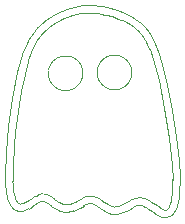
<source format=gbr>
G04 #@! TF.GenerationSoftware,KiCad,Pcbnew,(5.1.4)-1*
G04 #@! TF.CreationDate,2020-11-14T13:14:41-08:00*
G04 #@! TF.ProjectId,vanish,76616e69-7368-42e6-9b69-6361645f7063,rev?*
G04 #@! TF.SameCoordinates,Original*
G04 #@! TF.FileFunction,Legend,Top*
G04 #@! TF.FilePolarity,Positive*
%FSLAX46Y46*%
G04 Gerber Fmt 4.6, Leading zero omitted, Abs format (unit mm)*
G04 Created by KiCad (PCBNEW (5.1.4)-1) date 2020-11-14 13:14:41*
%MOMM*%
%LPD*%
G04 APERTURE LIST*
%ADD10C,0.125000*%
G04 APERTURE END LIST*
D10*
X111941418Y-79417730D02*
G75*
G02X112122778Y-79943850I-1349137J-759384D01*
G01*
X110662544Y-78695628D02*
X110457501Y-78704720D01*
X110297979Y-78732935D02*
G75*
G02X110457501Y-78704720I241097J-898046D01*
G01*
X111780336Y-79197523D02*
G75*
G02X111941418Y-79417730I-841173J-784342D01*
G01*
X110868634Y-78704443D02*
X110662544Y-78695628D01*
X111295785Y-78832472D02*
G75*
G02X111555265Y-78994864I-805991J-1576365D01*
G01*
X110868634Y-78704443D02*
G75*
G02X111031871Y-78732360I-85957J-993820D01*
G01*
X111555265Y-78994864D02*
G75*
G02X111780336Y-79197524I-1045298J-1387200D01*
G01*
X111031871Y-78732361D02*
G75*
G02X111295785Y-78832472I-320924J-1243939D01*
G01*
X109314783Y-80762801D02*
G75*
G02X109227450Y-80482560I1189633J524462D01*
G01*
X109219670Y-79867205D02*
X109208578Y-79963549D01*
X110747979Y-81634536D02*
G75*
G02X110445823Y-81623992I-93756J1647859D01*
G01*
X111884448Y-80994298D02*
G75*
G02X111496156Y-81381525I-1218899J833958D01*
G01*
X109933237Y-78883928D02*
G75*
G02X110297980Y-78732936I758912J-1317219D01*
G01*
X116272980Y-80100624D02*
G75*
G02X116246280Y-80397591I-1664873J1D01*
G01*
X111315064Y-81490321D02*
G75*
G02X111142046Y-81564574I-553738J1051568D01*
G01*
X110166268Y-81557569D02*
G75*
G02X109909656Y-81434305I440898J1246604D01*
G01*
X109909656Y-81434305D02*
G75*
G02X109675526Y-81255230I800484J1289182D01*
G01*
X109675526Y-81255230D02*
G75*
G02X109463631Y-81018434I1196925J1284261D01*
G01*
X109463631Y-81018434D02*
G75*
G02X109314784Y-80762801I1061500J789229D01*
G01*
X109200910Y-80070400D02*
X109198276Y-80172690D01*
X109383223Y-79435596D02*
G75*
G02X109621657Y-79123161I1295549J-741500D01*
G01*
X114483862Y-78654703D02*
G75*
G02X114854160Y-78621354I318416J-1463074D01*
G01*
X109621658Y-79123161D02*
G75*
G02X109933237Y-78883928I1055990J-1052816D01*
G01*
X111496157Y-81381526D02*
G75*
G02X111315064Y-81490321I-1055720J1552152D01*
G01*
X109227450Y-80482560D02*
G75*
G02X109198276Y-80172690I1609745J307865D01*
G01*
X115216770Y-78681163D02*
G75*
G02X115553605Y-78831785I-415728J-1381630D01*
G01*
X115553605Y-78831785D02*
G75*
G02X115848161Y-79065217I-809184J-1323628D01*
G01*
X115848161Y-79065217D02*
G75*
G02X116039579Y-79295384I-1247301J-1231996D01*
G01*
X110445823Y-81623992D02*
G75*
G02X110166268Y-81557569I170373J1338554D01*
G01*
X109208578Y-79963549D02*
X109200910Y-80070400D01*
X114854160Y-78621354D02*
G75*
G02X115216770Y-78681163I-49567J-1429632D01*
G01*
X116039580Y-79295383D02*
G75*
G02X116171330Y-79537238I-1034486J-720350D01*
G01*
X116171331Y-79537238D02*
G75*
G02X116247457Y-79802034I-1167292J-478929D01*
G01*
X109219670Y-79867205D02*
G75*
G02X109232929Y-79801197I538370J-73805D01*
G01*
X109232929Y-79801197D02*
G75*
G02X109383223Y-79435595I1475455J-392847D01*
G01*
X112122779Y-79943850D02*
G75*
G02X112103065Y-80493362I-1461129J-222692D01*
G01*
X111142046Y-81564573D02*
G75*
G02X110959100Y-81610707I-382575J1131312D01*
G01*
X116247457Y-79802033D02*
G75*
G02X116272980Y-80100624I-1733841J-298592D01*
G01*
X112103065Y-80493362D02*
G75*
G02X111884448Y-80994298I-1422024J322422D01*
G01*
X110959101Y-81610707D02*
G75*
G02X110747980Y-81634536I-319796J1886211D01*
G01*
X106722849Y-82771053D02*
X106911242Y-81655230D01*
X113483524Y-80755419D02*
G75*
G02X113367886Y-80436726I1396216J686949D01*
G01*
X107872066Y-78147146D02*
G75*
G02X108268851Y-77392730I4959438J-2126865D01*
G01*
X116034062Y-80918279D02*
G75*
G02X115848235Y-81142986I-1279262J868729D01*
G01*
X110389996Y-75607954D02*
G75*
G02X111292978Y-75266768I2395786J-4975180D01*
G01*
X107520745Y-79089832D02*
G75*
G02X107872066Y-78147146I9907641J-3155580D01*
G01*
X109539040Y-76107408D02*
G75*
G02X110389996Y-75607954I3464847J-4928659D01*
G01*
X106911242Y-81655230D02*
X107203435Y-80245223D01*
X116246280Y-80397591D02*
G75*
G02X116166989Y-80670112I-1347617J244298D01*
G01*
X113328359Y-80109545D02*
G75*
G02X113366842Y-79780407I1408281J2160D01*
G01*
X114023424Y-81351069D02*
G75*
G02X113711655Y-81091192I768791J1239257D01*
G01*
X116166989Y-80670113D02*
G75*
G02X116034063Y-80918279I-1246058J507746D01*
G01*
X111292978Y-75266769D02*
G75*
G02X111867566Y-75134590I1673539J-5959996D01*
G01*
X113366841Y-79780407D02*
G75*
G02X113481531Y-79455948I1590087J-379563D01*
G01*
X112977074Y-75062884D02*
G75*
G02X113572980Y-75119484I-317121J-6504090D01*
G01*
X115848235Y-81142986D02*
G75*
G02X115621301Y-81331139I-1120372J1120370D01*
G01*
X113656831Y-79177189D02*
G75*
G02X113894759Y-78940007I1198043J-963888D01*
G01*
X115621301Y-81331139D02*
G75*
G02X115372750Y-81464664I-751129J1100098D01*
G01*
X115372750Y-81464665D02*
G75*
G02X115099191Y-81543907I-513050J1259328D01*
G01*
X113367885Y-80436726D02*
G75*
G02X113328358Y-80109545I1351983J329316D01*
G01*
X113481532Y-79455948D02*
G75*
G02X113656831Y-79177188I1282317J-611892D01*
G01*
X113894759Y-78940006D02*
G75*
G02X114177210Y-78761214I950424J-1188950D01*
G01*
X111867566Y-75134590D02*
G75*
G02X112418779Y-75067292I865497J-4797966D01*
G01*
X114177210Y-78761214D02*
G75*
G02X114483862Y-78654703I594969J-1218259D01*
G01*
X114797980Y-81570860D02*
G75*
G02X114395014Y-81515132I-2129J1469374D01*
G01*
X112418779Y-75067292D02*
G75*
G02X112977073Y-75062884I318036J-4923330D01*
G01*
X113711655Y-81091193D02*
G75*
G02X113483525Y-80755419I1081234J979993D01*
G01*
X108268851Y-77392731D02*
G75*
G02X108809481Y-76718674I3247111J-2050523D01*
G01*
X115099191Y-81543907D02*
G75*
G02X114797980Y-81570860I-303709J1697488D01*
G01*
X107203435Y-80245223D02*
X107520745Y-79089832D01*
X114395014Y-81515132D02*
G75*
G02X114023425Y-81351069I398505J1405421D01*
G01*
X108809481Y-76718674D02*
G75*
G02X109539040Y-76107409I3966035J-3992549D01*
G01*
X116333892Y-76158094D02*
G75*
G02X116581109Y-76344312I-1680264J-2487864D01*
G01*
X115660480Y-75780374D02*
X116042875Y-75980091D01*
X117287083Y-76129893D02*
G75*
G02X117745331Y-76685950I-2586479J-2598378D01*
G01*
X117745330Y-76685951D02*
G75*
G02X118140349Y-77378972I-4555424J-3055655D01*
G01*
X119265704Y-81139600D02*
X118847380Y-79399197D01*
X116541403Y-75535966D02*
X116234261Y-75357043D01*
X113572980Y-75119484D02*
X114100025Y-75216761D01*
X116581109Y-76344312D02*
X116825454Y-76567177D01*
X117048430Y-75908266D02*
X116806230Y-75715003D01*
X118140349Y-77378972D02*
G75*
G02X118498982Y-78260597I-7290402J-3479387D01*
G01*
X115138615Y-75545542D02*
X115660480Y-75780374D01*
X115189069Y-74883797D02*
G75*
G02X116234261Y-75357043I-2665538J-7277808D01*
G01*
X116806230Y-75715003D02*
X116541403Y-75535966D01*
X114620187Y-75358194D02*
X115138615Y-75545542D01*
X116042875Y-75980090D02*
G75*
G02X116333892Y-76158093I-1827958J-3315440D01*
G01*
X117185523Y-76991724D02*
G75*
G02X117495255Y-77499725I-3455304J-2455157D01*
G01*
X111991634Y-74468060D02*
G75*
G02X112982429Y-74420945I722353J-4749146D01*
G01*
X112982429Y-74420945D02*
G75*
G02X114076814Y-74565390I-409890J-7323541D01*
G01*
X117287083Y-76129894D02*
X117048430Y-75908266D01*
X114076814Y-74565389D02*
G75*
G02X115189069Y-74883796I-1643039J-7841306D01*
G01*
X118847380Y-79399197D02*
X118498982Y-78260597D01*
X114100025Y-75216761D02*
X114620187Y-75358194D01*
X116825453Y-76567178D02*
G75*
G02X117185522Y-76991725I-2292760J-2309510D01*
G01*
X118060476Y-78955230D02*
X118534583Y-80752213D01*
X117778801Y-78135739D02*
X118060476Y-78955230D01*
X117495255Y-77499725D02*
G75*
G02X117778801Y-78135739I-5342750J-2763096D01*
G01*
X114709968Y-92132934D02*
G75*
G02X114472400Y-92086327I134837J1316077D01*
G01*
X116777268Y-91372039D02*
G75*
G02X116963472Y-91356375I192936J-1178901D01*
G01*
X115565850Y-91936412D02*
X116025324Y-91702864D01*
X117641874Y-91623848D02*
X117817889Y-91742414D01*
X116025324Y-91702864D02*
X116395015Y-91509804D01*
X116395015Y-91509804D02*
G75*
G02X116608442Y-91416590I909576J-1791667D01*
G01*
X118951978Y-92395814D02*
G75*
G02X118700636Y-92314290I236955J1158744D01*
G01*
X117375972Y-91462080D02*
X117483007Y-91522462D01*
X116608442Y-91416590D02*
G75*
G02X116777268Y-91372039I316254J-856287D01*
G01*
X117246440Y-91399244D02*
X117375972Y-91462080D01*
X120259696Y-87505230D02*
X120033161Y-85548231D01*
X120332359Y-88412122D02*
X120304882Y-88027771D01*
X119732445Y-92167026D02*
G75*
G02X119198458Y-92411893I-593727J590085D01*
G01*
X114967254Y-92129544D02*
G75*
G02X114709968Y-92132934I-143285J1109333D01*
G01*
X120363913Y-89217731D02*
G75*
G02X120324936Y-90595474I-13033510J-320697D01*
G01*
X117167427Y-91371181D02*
G75*
G02X117246440Y-91399244I-115255J-449760D01*
G01*
X116963472Y-91356375D02*
X117088428Y-91359183D01*
X119680792Y-83310890D02*
X119265704Y-81139600D01*
X120033161Y-85548231D02*
X119680792Y-83310890D01*
X120304882Y-88027771D02*
X120259696Y-87505230D01*
X117088428Y-91359182D02*
G75*
G02X117167427Y-91371180I-20204J-399121D01*
G01*
X120350152Y-88774178D02*
X120332359Y-88412122D01*
X120111474Y-91570572D02*
G75*
G02X119732446Y-92167027I-1547169J564518D01*
G01*
X120363913Y-89217730D02*
X120350152Y-88774178D01*
X120324936Y-90595473D02*
G75*
G02X120111474Y-91570571I-3713936J302117D01*
G01*
X115236344Y-92068741D02*
G75*
G02X114967254Y-92129544I-457786J1400118D01*
G01*
X117986970Y-91862733D02*
X118400014Y-92148935D01*
X115565850Y-91936412D02*
G75*
G02X115236344Y-92068740I-1167672J2431169D01*
G01*
X119198459Y-92411893D02*
G75*
G02X118951978Y-92395814I-64740J904823D01*
G01*
X117483007Y-91522462D02*
X117641874Y-91623848D01*
X118700635Y-92314290D02*
G75*
G02X118400014Y-92148935I917298J2023628D01*
G01*
X117817889Y-91742414D02*
X117986970Y-91862733D01*
X106553218Y-83957397D02*
X106722849Y-82771053D01*
X106409596Y-85158220D02*
X106553218Y-83957397D01*
X106823079Y-91241760D02*
G75*
G02X106645343Y-91166806I-6640J232460D01*
G01*
X106299373Y-86317730D02*
X106409596Y-85158220D01*
X107526533Y-90899761D02*
X107072158Y-91173389D01*
X106197132Y-89276615D02*
X106197781Y-87967080D01*
X108157715Y-90518005D02*
X108022643Y-90587409D01*
X109310338Y-90528961D02*
G75*
G02X109710480Y-90782186I-1769749J-3239286D01*
G01*
X108306320Y-90455890D02*
G75*
G02X108645072Y-90377214I466139J-1238418D01*
G01*
X110948187Y-91277852D02*
G75*
G02X110701058Y-91313367I-244372J822888D01*
G01*
X106197781Y-87967080D02*
X106299373Y-86317730D01*
X106287689Y-90280271D02*
G75*
G02X106197132Y-89276615I10003519J1408499D01*
G01*
X108306321Y-90455890D02*
X108157715Y-90518005D01*
X110196801Y-91121874D02*
X109710480Y-90782186D01*
X106484339Y-90929532D02*
G75*
G02X106287689Y-90280271I1989976J957140D01*
G01*
X108645072Y-90377213D02*
G75*
G02X108968236Y-90398559I96432J-997044D01*
G01*
X108968235Y-90398559D02*
G75*
G02X109310337Y-90528961I-305938J-1316555D01*
G01*
X110476756Y-91269750D02*
G75*
G02X110196801Y-91121874I561271J1401526D01*
G01*
X110701058Y-91313367D02*
G75*
G02X110476756Y-91269749I1955J608593D01*
G01*
X111212372Y-91163420D02*
X111029777Y-91247479D01*
X107072157Y-91173389D02*
G75*
G02X106823079Y-91241760I-264634J476187D01*
G01*
X107846890Y-90693385D02*
X107526533Y-90899761D01*
X111428391Y-91059670D02*
X111212372Y-91163420D01*
X106645344Y-91166806D02*
G75*
G02X106484339Y-90929532I715927J659062D01*
G01*
X108022643Y-90587409D02*
X107846890Y-90693385D01*
X111029777Y-91247479D02*
G75*
G02X110948187Y-91277853I-264755J586406D01*
G01*
X114806683Y-91496228D02*
G75*
G02X114498031Y-91414377I12595J670371D01*
G01*
X115135410Y-91430589D02*
G75*
G02X114806683Y-91496228I-314028J716717D01*
G01*
X118827626Y-91670315D02*
X118372980Y-91359102D01*
X116153395Y-90924573D02*
X115701399Y-91155948D01*
X116153395Y-90924573D02*
G75*
G02X116457179Y-90797742I1204983J-2458933D01*
G01*
X116708703Y-90733942D02*
G75*
G02X116972980Y-90712775I261626J-1606103D01*
G01*
X119659827Y-87912068D02*
X119731902Y-89184137D01*
X117271833Y-90746751D02*
G75*
G02X117563470Y-90846201I-331202J-1448575D01*
G01*
X119731902Y-89184137D02*
G75*
G02X119713742Y-90227610I-10957740J-331187D01*
G01*
X119613862Y-91039878D02*
G75*
G02X119422143Y-91562515I-1600949J290794D01*
G01*
X119265077Y-91734383D02*
G75*
G02X119084143Y-91773130I-135976J193136D01*
G01*
X119713741Y-90227610D02*
G75*
G02X119613862Y-91039878I-7126283J463999D01*
G01*
X119410423Y-85668246D02*
X119659827Y-87912068D01*
X119009427Y-83144230D02*
X119410423Y-85668246D01*
X118372980Y-91359102D02*
X117904539Y-91035309D01*
X116972980Y-90712775D02*
G75*
G02X117271833Y-90746751I-2199J-1350685D01*
G01*
X116457180Y-90797743D02*
G75*
G02X116708703Y-90733942I491754J-1410967D01*
G01*
X111658974Y-90944293D02*
X111428391Y-91059670D01*
X112074413Y-90739890D02*
X111658974Y-90944293D01*
X119084143Y-91773130D02*
G75*
G02X118827626Y-91670315I139473J719379D01*
G01*
X118534583Y-80752213D02*
X119009427Y-83144230D01*
X112074413Y-90739890D02*
G75*
G02X112332240Y-90635420I1023075J-2154518D01*
G01*
X112332240Y-90635421D02*
G75*
G02X112541771Y-90584718I388204J-1145967D01*
G01*
X112541771Y-90584717D02*
G75*
G02X112770577Y-90567730I228807J-1532453D01*
G01*
X113293436Y-90676757D02*
G75*
G02X113593503Y-90836763I-942033J-2128021D01*
G01*
X112770577Y-90567731D02*
G75*
G02X113039495Y-90595282I0J-1326193D01*
G01*
X113039495Y-90595281D02*
G75*
G02X113293436Y-90676757I-254893J-1230917D01*
G01*
X117563470Y-90846202D02*
G75*
G02X117904539Y-91035309I-1109283J-2402799D01*
G01*
X115701399Y-91155948D02*
X115135409Y-91430589D01*
X119422143Y-91562514D02*
G75*
G02X119265077Y-91734383I-468435J270388D01*
G01*
X114028337Y-91124515D02*
X113593503Y-90836763D01*
X114498031Y-91414377D02*
G75*
G02X114028337Y-91124515I2483704J4550090D01*
G01*
X109084942Y-75645041D02*
G75*
G02X109973885Y-75108052I3797304J-5281849D01*
G01*
X109973885Y-75108053D02*
G75*
G02X110957447Y-74709144I3037206J-6076631D01*
G01*
X110957448Y-74709144D02*
G75*
G02X111991634Y-74468060I2057775J-6488577D01*
G01*
X105621156Y-86868586D02*
X105546802Y-88817949D01*
X105828935Y-84620704D02*
X105621156Y-86868586D01*
X106162155Y-82267730D02*
X105828935Y-84620704D01*
X106584305Y-80097714D02*
X106162155Y-82267730D01*
X106584305Y-80097713D02*
G75*
G02X107059678Y-78474634I12957984J-2914025D01*
G01*
X107627412Y-77242565D02*
G75*
G02X108332347Y-76297036I4094283J-2316931D01*
G01*
X107059677Y-78474634D02*
G75*
G02X107627411Y-77242565I7673891J-2789265D01*
G01*
X108332347Y-76297036D02*
G75*
G02X109084943Y-75645042I3965605J-3817134D01*
G01*
X113295543Y-91393997D02*
X113600000Y-91600000D01*
X107530737Y-91645831D02*
X107983288Y-91360219D01*
X109916079Y-91695864D02*
X110083579Y-91789009D01*
X107208621Y-91803663D02*
G75*
G02X106944464Y-91872021I-413441J1053093D01*
G01*
X112760480Y-91206452D02*
G75*
G02X112928682Y-91224872I5101J-730604D01*
G01*
X112596191Y-91223958D02*
G75*
G02X112760480Y-91206452I170114J-816845D01*
G01*
X111847021Y-91559052D02*
X112205029Y-91372545D01*
X105785515Y-90882776D02*
G75*
G02X105637914Y-90192730I4979155J1425850D01*
G01*
X110241490Y-91858399D02*
G75*
G02X110083579Y-91789009I562599J1494684D01*
G01*
X107530737Y-91645831D02*
G75*
G02X107208621Y-91803663I-1127267J1893003D01*
G01*
X108735050Y-91013225D02*
G75*
G02X109018802Y-91092483I-8863J-579290D01*
G01*
X106689085Y-91868317D02*
G75*
G02X106311320Y-91709820I140776J864961D01*
G01*
X106311320Y-91709820D02*
G75*
G02X106009726Y-91385399I698752J951984D01*
G01*
X109018803Y-91092483D02*
G75*
G02X109460480Y-91382819I-2564891J-4382994D01*
G01*
X109717636Y-91566627D02*
X109916079Y-91695864D01*
X105637915Y-90192730D02*
G75*
G02X105546802Y-88817949I8937395J1282727D01*
G01*
X106009726Y-91385399D02*
G75*
G02X105785515Y-90882776I1662352J1042866D01*
G01*
X110592882Y-91942194D02*
G75*
G02X110241490Y-91858398I155335J1430044D01*
G01*
X113093314Y-91281584D02*
G75*
G02X113295543Y-91393997I-712432J-1519764D01*
G01*
X112928682Y-91224872D02*
G75*
G02X113093314Y-91281584I-182647J-797531D01*
G01*
X112426924Y-91273890D02*
G75*
G02X112596190Y-91223958I390168J-1010781D01*
G01*
X112205029Y-91372545D02*
G75*
G02X112426925Y-91273889I1097239J-2169045D01*
G01*
X111329037Y-91809242D02*
G75*
G02X110935932Y-91929130I-731039J1692605D01*
G01*
X109460480Y-91382819D02*
X109717636Y-91566627D01*
X108446366Y-91083037D02*
G75*
G02X108735050Y-91013225I279593J-524373D01*
G01*
X114472399Y-92086328D02*
G75*
G02X114236958Y-91995958I437936J1492845D01*
G01*
X114236958Y-91995958D02*
G75*
G02X113963632Y-91843850I1125253J2343622D01*
G01*
X110935932Y-91929130D02*
G75*
G02X110592883Y-91942195I-215868J1157794D01*
G01*
X106944463Y-91872020D02*
G75*
G02X106689085Y-91868317I-115169J865175D01*
G01*
X111329038Y-91809242D02*
X111847021Y-91559052D01*
X107983288Y-91360219D02*
G75*
G02X108446366Y-91083038I3028384J-4534018D01*
G01*
X113600000Y-91600000D02*
X113963632Y-91843850D01*
M02*

</source>
